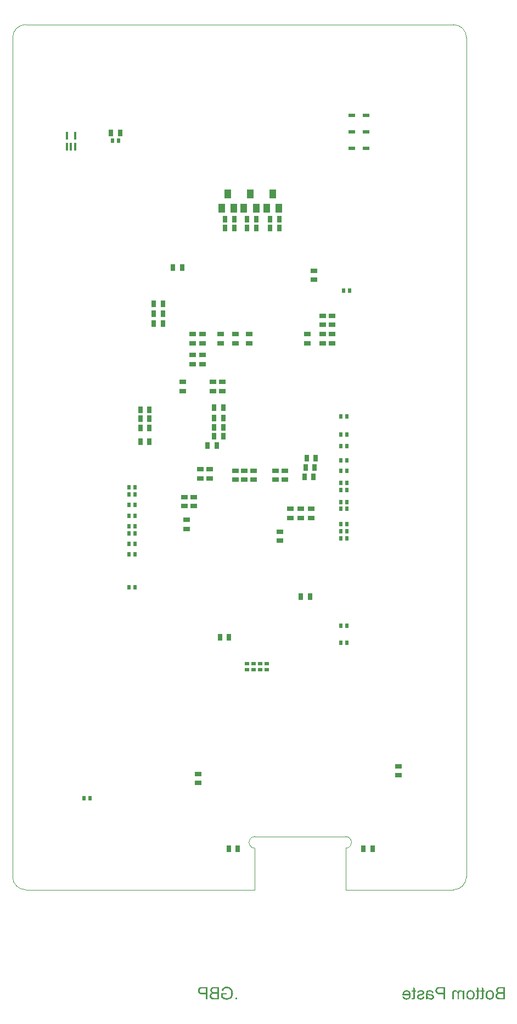
<source format=gbp>
G04 Layer_Color=128*
%FSLAX43Y43*%
%MOMM*%
G71*
G01*
G75*
%ADD11R,0.640X1.000*%
%ADD12R,1.000X0.640*%
%ADD13C,0.100*%
%ADD14C,0.100*%
%ADD46R,0.700X0.510*%
%ADD47R,1.000X0.640*%
%ADD48R,0.510X0.700*%
%ADD49R,0.640X1.000*%
%ADD66R,0.487X0.700*%
%ADD67R,1.000X0.640*%
%ADD68R,0.400X1.200*%
%ADD69R,1.000X1.400*%
%ADD70R,1.060X0.540*%
G36*
X64400Y-15478D02*
X64458Y-15483D01*
X64514Y-15491D01*
X64558Y-15500D01*
X64597Y-15508D01*
X64625Y-15516D01*
X64636Y-15519D01*
X64644Y-15522D01*
X64647Y-15525D01*
X64650D01*
X64697Y-15544D01*
X64738Y-15569D01*
X64774Y-15591D01*
X64805Y-15614D01*
X64827Y-15636D01*
X64844Y-15652D01*
X64855Y-15664D01*
X64858Y-15666D01*
X64883Y-15702D01*
X64905Y-15741D01*
X64922Y-15780D01*
X64936Y-15816D01*
X64947Y-15852D01*
X64955Y-15877D01*
X64958Y-15888D01*
Y-15897D01*
X64961Y-15900D01*
Y-15902D01*
X64730Y-15933D01*
X64713Y-15883D01*
X64697Y-15838D01*
X64677Y-15802D01*
X64661Y-15775D01*
X64644Y-15752D01*
X64630Y-15739D01*
X64619Y-15730D01*
X64616Y-15727D01*
X64583Y-15708D01*
X64544Y-15694D01*
X64502Y-15683D01*
X64464Y-15677D01*
X64425Y-15672D01*
X64397Y-15669D01*
X64369D01*
X64305Y-15672D01*
X64250Y-15680D01*
X64205Y-15694D01*
X64166Y-15708D01*
X64139Y-15725D01*
X64117Y-15736D01*
X64103Y-15747D01*
X64100Y-15750D01*
X64078Y-15775D01*
X64061Y-15805D01*
X64047Y-15838D01*
X64039Y-15872D01*
X64033Y-15902D01*
X64030Y-15930D01*
Y-15947D01*
Y-15950D01*
Y-15952D01*
Y-15958D01*
Y-15969D01*
Y-15988D01*
X64033Y-16005D01*
Y-16011D01*
Y-16013D01*
X64061Y-16022D01*
X64092Y-16030D01*
X64155Y-16047D01*
X64228Y-16061D01*
X64294Y-16074D01*
X64328Y-16080D01*
X64358Y-16083D01*
X64386Y-16088D01*
X64408Y-16091D01*
X64427Y-16094D01*
X64441D01*
X64452Y-16097D01*
X64455D01*
X64505Y-16102D01*
X64547Y-16111D01*
X64583Y-16116D01*
X64611Y-16122D01*
X64633Y-16124D01*
X64650Y-16130D01*
X64661Y-16133D01*
X64663D01*
X64700Y-16144D01*
X64730Y-16155D01*
X64761Y-16169D01*
X64786Y-16180D01*
X64808Y-16191D01*
X64822Y-16202D01*
X64833Y-16208D01*
X64836Y-16211D01*
X64863Y-16230D01*
X64886Y-16252D01*
X64908Y-16274D01*
X64924Y-16297D01*
X64938Y-16316D01*
X64949Y-16333D01*
X64955Y-16344D01*
X64958Y-16347D01*
X64972Y-16377D01*
X64983Y-16410D01*
X64991Y-16441D01*
X64997Y-16471D01*
X64999Y-16496D01*
X65002Y-16516D01*
Y-16527D01*
Y-16533D01*
X64999Y-16566D01*
X64997Y-16594D01*
X64983Y-16652D01*
X64963Y-16699D01*
X64941Y-16741D01*
X64919Y-16774D01*
X64899Y-16799D01*
X64886Y-16813D01*
X64880Y-16818D01*
X64830Y-16855D01*
X64774Y-16882D01*
X64713Y-16902D01*
X64658Y-16916D01*
X64608Y-16924D01*
X64586Y-16927D01*
X64566D01*
X64550Y-16930D01*
X64527D01*
X64477Y-16927D01*
X64427Y-16921D01*
X64383Y-16916D01*
X64344Y-16907D01*
X64314Y-16899D01*
X64289Y-16891D01*
X64272Y-16888D01*
X64266Y-16885D01*
X64219Y-16866D01*
X64175Y-16841D01*
X64133Y-16813D01*
X64092Y-16788D01*
X64058Y-16763D01*
X64033Y-16744D01*
X64017Y-16730D01*
X64014Y-16724D01*
X64011D01*
X64005Y-16760D01*
X64000Y-16794D01*
X63994Y-16824D01*
X63986Y-16849D01*
X63978Y-16871D01*
X63972Y-16885D01*
X63969Y-16896D01*
X63967Y-16899D01*
X63720D01*
X63733Y-16868D01*
X63747Y-16838D01*
X63758Y-16810D01*
X63764Y-16785D01*
X63772Y-16763D01*
X63775Y-16746D01*
X63778Y-16735D01*
Y-16732D01*
X63781Y-16713D01*
X63783Y-16688D01*
Y-16660D01*
X63786Y-16630D01*
X63789Y-16560D01*
Y-16491D01*
X63792Y-16424D01*
Y-16394D01*
Y-16369D01*
Y-16347D01*
Y-16330D01*
Y-16319D01*
Y-16316D01*
Y-16000D01*
Y-15947D01*
X63794Y-15900D01*
X63797Y-15863D01*
Y-15833D01*
X63800Y-15811D01*
X63803Y-15794D01*
X63806Y-15786D01*
Y-15783D01*
X63814Y-15747D01*
X63825Y-15716D01*
X63836Y-15691D01*
X63850Y-15666D01*
X63861Y-15650D01*
X63869Y-15636D01*
X63875Y-15627D01*
X63878Y-15625D01*
X63900Y-15603D01*
X63925Y-15580D01*
X63953Y-15564D01*
X63980Y-15547D01*
X64005Y-15536D01*
X64025Y-15528D01*
X64039Y-15522D01*
X64044Y-15519D01*
X64089Y-15505D01*
X64136Y-15494D01*
X64183Y-15486D01*
X64230Y-15480D01*
X64272Y-15478D01*
X64303Y-15475D01*
X64333D01*
X64400Y-15478D01*
D02*
G37*
G36*
X75949Y-16899D02*
X75216D01*
X75149Y-16896D01*
X75091Y-16893D01*
X75038Y-16888D01*
X74994Y-16882D01*
X74958Y-16877D01*
X74930Y-16874D01*
X74913Y-16868D01*
X74908D01*
X74860Y-16855D01*
X74822Y-16841D01*
X74786Y-16824D01*
X74755Y-16807D01*
X74730Y-16796D01*
X74711Y-16785D01*
X74699Y-16777D01*
X74697Y-16774D01*
X74666Y-16749D01*
X74638Y-16719D01*
X74616Y-16688D01*
X74594Y-16660D01*
X74577Y-16632D01*
X74566Y-16613D01*
X74558Y-16599D01*
X74555Y-16594D01*
X74536Y-16549D01*
X74522Y-16505D01*
X74511Y-16463D01*
X74505Y-16424D01*
X74500Y-16391D01*
X74497Y-16363D01*
Y-16347D01*
Y-16344D01*
Y-16341D01*
X74500Y-16280D01*
X74511Y-16224D01*
X74527Y-16177D01*
X74544Y-16133D01*
X74561Y-16099D01*
X74577Y-16074D01*
X74588Y-16058D01*
X74591Y-16052D01*
X74630Y-16008D01*
X74672Y-15972D01*
X74719Y-15941D01*
X74761Y-15916D01*
X74799Y-15897D01*
X74833Y-15886D01*
X74844Y-15880D01*
X74852Y-15877D01*
X74858Y-15875D01*
X74860D01*
X74813Y-15847D01*
X74772Y-15819D01*
X74738Y-15789D01*
X74711Y-15761D01*
X74688Y-15739D01*
X74672Y-15716D01*
X74663Y-15705D01*
X74661Y-15700D01*
X74638Y-15658D01*
X74622Y-15619D01*
X74608Y-15580D01*
X74600Y-15544D01*
X74594Y-15514D01*
X74591Y-15489D01*
Y-15475D01*
Y-15469D01*
X74594Y-15422D01*
X74602Y-15375D01*
X74616Y-15333D01*
X74630Y-15294D01*
X74644Y-15261D01*
X74658Y-15239D01*
X74666Y-15222D01*
X74669Y-15217D01*
X74699Y-15175D01*
X74733Y-15136D01*
X74769Y-15106D01*
X74802Y-15081D01*
X74830Y-15061D01*
X74855Y-15047D01*
X74872Y-15039D01*
X74874Y-15036D01*
X74877D01*
X74930Y-15017D01*
X74988Y-15003D01*
X75047Y-14992D01*
X75102Y-14986D01*
X75152Y-14981D01*
X75174D01*
X75194Y-14978D01*
X75949D01*
Y-16899D01*
D02*
G37*
G36*
X66682D02*
X66426D01*
Y-16119D01*
X65935D01*
X65863Y-16116D01*
X65793Y-16111D01*
X65732Y-16102D01*
X65677Y-16091D01*
X65624Y-16080D01*
X65580Y-16066D01*
X65538Y-16049D01*
X65502Y-16033D01*
X65471Y-16019D01*
X65444Y-16002D01*
X65421Y-15988D01*
X65405Y-15975D01*
X65391Y-15966D01*
X65382Y-15958D01*
X65377Y-15952D01*
X65374Y-15950D01*
X65346Y-15916D01*
X65321Y-15883D01*
X65302Y-15850D01*
X65283Y-15814D01*
X65266Y-15777D01*
X65255Y-15744D01*
X65235Y-15680D01*
X65230Y-15650D01*
X65224Y-15622D01*
X65221Y-15597D01*
X65219Y-15578D01*
X65216Y-15558D01*
Y-15547D01*
Y-15539D01*
Y-15536D01*
X65219Y-15483D01*
X65224Y-15433D01*
X65235Y-15389D01*
X65244Y-15350D01*
X65255Y-15317D01*
X65266Y-15292D01*
X65271Y-15278D01*
X65274Y-15272D01*
X65296Y-15230D01*
X65324Y-15194D01*
X65349Y-15161D01*
X65374Y-15136D01*
X65396Y-15117D01*
X65413Y-15100D01*
X65424Y-15092D01*
X65430Y-15089D01*
X65466Y-15067D01*
X65507Y-15047D01*
X65546Y-15031D01*
X65582Y-15017D01*
X65616Y-15008D01*
X65641Y-15003D01*
X65660Y-14997D01*
X65666D01*
X65707Y-14992D01*
X65755Y-14986D01*
X65804Y-14983D01*
X65852Y-14981D01*
X65893Y-14978D01*
X66682D01*
Y-16899D01*
D02*
G37*
G36*
X60821Y-15478D02*
X60871Y-15483D01*
X60918Y-15491D01*
X60963Y-15505D01*
X61004Y-15519D01*
X61043Y-15536D01*
X61079Y-15553D01*
X61110Y-15572D01*
X61140Y-15589D01*
X61165Y-15608D01*
X61188Y-15625D01*
X61204Y-15639D01*
X61218Y-15652D01*
X61229Y-15661D01*
X61235Y-15666D01*
X61238Y-15669D01*
X61268Y-15708D01*
X61296Y-15750D01*
X61321Y-15791D01*
X61343Y-15836D01*
X61360Y-15883D01*
X61374Y-15927D01*
X61396Y-16016D01*
X61404Y-16055D01*
X61410Y-16094D01*
X61412Y-16127D01*
X61415Y-16158D01*
X61418Y-16183D01*
Y-16199D01*
Y-16213D01*
Y-16216D01*
X61415Y-16277D01*
X61410Y-16335D01*
X61401Y-16391D01*
X61390Y-16441D01*
X61376Y-16488D01*
X61363Y-16533D01*
X61346Y-16571D01*
X61329Y-16608D01*
X61313Y-16638D01*
X61296Y-16666D01*
X61282Y-16688D01*
X61268Y-16707D01*
X61257Y-16724D01*
X61249Y-16735D01*
X61243Y-16741D01*
X61240Y-16744D01*
X61204Y-16777D01*
X61168Y-16805D01*
X61129Y-16830D01*
X61088Y-16852D01*
X61049Y-16868D01*
X61007Y-16885D01*
X60929Y-16907D01*
X60893Y-16913D01*
X60860Y-16918D01*
X60829Y-16924D01*
X60805Y-16927D01*
X60785Y-16930D01*
X60755D01*
X60668Y-16924D01*
X60591Y-16910D01*
X60521Y-16893D01*
X60494Y-16882D01*
X60466Y-16871D01*
X60441Y-16860D01*
X60419Y-16849D01*
X60402Y-16841D01*
X60385Y-16832D01*
X60374Y-16824D01*
X60366Y-16818D01*
X60360Y-16813D01*
X60358D01*
X60302Y-16763D01*
X60258Y-16710D01*
X60219Y-16655D01*
X60191Y-16602D01*
X60169Y-16555D01*
X60160Y-16533D01*
X60152Y-16516D01*
X60147Y-16499D01*
X60144Y-16488D01*
X60141Y-16483D01*
Y-16480D01*
X60385Y-16449D01*
X60408Y-16502D01*
X60432Y-16546D01*
X60457Y-16585D01*
X60480Y-16616D01*
X60499Y-16638D01*
X60516Y-16655D01*
X60530Y-16666D01*
X60532Y-16669D01*
X60569Y-16691D01*
X60605Y-16707D01*
X60643Y-16719D01*
X60677Y-16727D01*
X60707Y-16732D01*
X60732Y-16735D01*
X60755D01*
X60788Y-16732D01*
X60818Y-16730D01*
X60874Y-16716D01*
X60924Y-16696D01*
X60968Y-16674D01*
X61002Y-16655D01*
X61027Y-16635D01*
X61043Y-16621D01*
X61046Y-16616D01*
X61049D01*
X61088Y-16566D01*
X61118Y-16510D01*
X61140Y-16449D01*
X61157Y-16394D01*
X61165Y-16344D01*
X61171Y-16322D01*
X61174Y-16302D01*
Y-16285D01*
X61177Y-16274D01*
Y-16266D01*
Y-16263D01*
X60135D01*
X60133Y-16235D01*
Y-16216D01*
Y-16205D01*
Y-16202D01*
X60135Y-16138D01*
X60141Y-16080D01*
X60149Y-16024D01*
X60160Y-15972D01*
X60174Y-15925D01*
X60188Y-15880D01*
X60205Y-15841D01*
X60221Y-15805D01*
X60238Y-15772D01*
X60255Y-15744D01*
X60269Y-15722D01*
X60283Y-15702D01*
X60294Y-15686D01*
X60302Y-15675D01*
X60308Y-15669D01*
X60310Y-15666D01*
X60344Y-15633D01*
X60380Y-15603D01*
X60419Y-15578D01*
X60457Y-15555D01*
X60496Y-15536D01*
X60532Y-15522D01*
X60571Y-15508D01*
X60605Y-15500D01*
X60641Y-15491D01*
X60671Y-15486D01*
X60699Y-15480D01*
X60721Y-15478D01*
X60741Y-15475D01*
X60768D01*
X60821Y-15478D01*
D02*
G37*
G36*
X62045Y-15161D02*
Y-15505D01*
X62220D01*
Y-15689D01*
X62045D01*
Y-16494D01*
Y-16533D01*
Y-16566D01*
X62043Y-16596D01*
X62040Y-16627D01*
Y-16652D01*
X62037Y-16674D01*
X62032Y-16710D01*
X62026Y-16738D01*
X62023Y-16757D01*
X62018Y-16769D01*
Y-16771D01*
X62007Y-16796D01*
X61990Y-16816D01*
X61973Y-16835D01*
X61959Y-16849D01*
X61943Y-16863D01*
X61932Y-16871D01*
X61923Y-16877D01*
X61921Y-16880D01*
X61890Y-16893D01*
X61859Y-16902D01*
X61826Y-16910D01*
X61793Y-16913D01*
X61765Y-16916D01*
X61743Y-16918D01*
X61721D01*
X61660Y-16916D01*
X61629Y-16913D01*
X61601Y-16907D01*
X61576Y-16905D01*
X61557Y-16902D01*
X61546Y-16899D01*
X61540D01*
X61571Y-16691D01*
X61593Y-16694D01*
X61615Y-16696D01*
X61635D01*
X61648Y-16699D01*
X61676D01*
X61712Y-16696D01*
X61737Y-16691D01*
X61751Y-16685D01*
X61757Y-16682D01*
X61776Y-16669D01*
X61787Y-16655D01*
X61796Y-16644D01*
X61798Y-16638D01*
X61801Y-16624D01*
X61804Y-16605D01*
X61807Y-16560D01*
X61809Y-16541D01*
Y-16524D01*
Y-16513D01*
Y-16508D01*
Y-15689D01*
X61571D01*
Y-15505D01*
X61809D01*
Y-15019D01*
X62045Y-15161D01*
D02*
G37*
G36*
X71898D02*
Y-15505D01*
X72073D01*
Y-15689D01*
X71898D01*
Y-16494D01*
Y-16533D01*
Y-16566D01*
X71896Y-16596D01*
X71893Y-16627D01*
Y-16652D01*
X71890Y-16674D01*
X71884Y-16710D01*
X71879Y-16738D01*
X71876Y-16757D01*
X71871Y-16769D01*
Y-16771D01*
X71859Y-16796D01*
X71843Y-16816D01*
X71826Y-16835D01*
X71812Y-16849D01*
X71796Y-16863D01*
X71784Y-16871D01*
X71776Y-16877D01*
X71773Y-16880D01*
X71743Y-16893D01*
X71712Y-16902D01*
X71679Y-16910D01*
X71646Y-16913D01*
X71618Y-16916D01*
X71596Y-16918D01*
X71573D01*
X71512Y-16916D01*
X71482Y-16913D01*
X71454Y-16907D01*
X71429Y-16905D01*
X71410Y-16902D01*
X71399Y-16899D01*
X71393D01*
X71424Y-16691D01*
X71446Y-16694D01*
X71468Y-16696D01*
X71487D01*
X71501Y-16699D01*
X71529D01*
X71565Y-16696D01*
X71590Y-16691D01*
X71604Y-16685D01*
X71610Y-16682D01*
X71629Y-16669D01*
X71640Y-16655D01*
X71648Y-16644D01*
X71651Y-16638D01*
X71654Y-16624D01*
X71657Y-16605D01*
X71660Y-16560D01*
X71662Y-16541D01*
Y-16524D01*
Y-16513D01*
Y-16508D01*
Y-15689D01*
X71424D01*
Y-15505D01*
X71662D01*
Y-15019D01*
X71898Y-15161D01*
D02*
G37*
G36*
X72645D02*
Y-15505D01*
X72820D01*
Y-15689D01*
X72645D01*
Y-16494D01*
Y-16533D01*
Y-16566D01*
X72642Y-16596D01*
X72640Y-16627D01*
Y-16652D01*
X72637Y-16674D01*
X72631Y-16710D01*
X72626Y-16738D01*
X72623Y-16757D01*
X72617Y-16769D01*
Y-16771D01*
X72606Y-16796D01*
X72590Y-16816D01*
X72573Y-16835D01*
X72559Y-16849D01*
X72542Y-16863D01*
X72531Y-16871D01*
X72523Y-16877D01*
X72520Y-16880D01*
X72490Y-16893D01*
X72459Y-16902D01*
X72426Y-16910D01*
X72392Y-16913D01*
X72365Y-16916D01*
X72342Y-16918D01*
X72320D01*
X72259Y-16916D01*
X72229Y-16913D01*
X72201Y-16907D01*
X72176Y-16905D01*
X72156Y-16902D01*
X72145Y-16899D01*
X72140D01*
X72170Y-16691D01*
X72193Y-16694D01*
X72215Y-16696D01*
X72234D01*
X72248Y-16699D01*
X72276D01*
X72312Y-16696D01*
X72337Y-16691D01*
X72351Y-16685D01*
X72356Y-16682D01*
X72376Y-16669D01*
X72387Y-16655D01*
X72395Y-16644D01*
X72398Y-16638D01*
X72401Y-16624D01*
X72404Y-16605D01*
X72406Y-16560D01*
X72409Y-16541D01*
Y-16524D01*
Y-16513D01*
Y-16508D01*
Y-15689D01*
X72170D01*
Y-15505D01*
X72409D01*
Y-15019D01*
X72645Y-15161D01*
D02*
G37*
G36*
X69117Y-15478D02*
X69164Y-15486D01*
X69205Y-15494D01*
X69241Y-15505D01*
X69272Y-15519D01*
X69294Y-15528D01*
X69308Y-15536D01*
X69314Y-15539D01*
X69352Y-15564D01*
X69386Y-15591D01*
X69416Y-15619D01*
X69441Y-15647D01*
X69461Y-15669D01*
X69477Y-15689D01*
X69486Y-15700D01*
X69489Y-15705D01*
Y-15505D01*
X69700D01*
Y-16899D01*
X69464D01*
Y-16177D01*
X69461Y-16111D01*
X69458Y-16052D01*
X69452Y-16002D01*
X69444Y-15961D01*
X69436Y-15930D01*
X69430Y-15908D01*
X69427Y-15894D01*
X69425Y-15888D01*
X69408Y-15852D01*
X69389Y-15822D01*
X69369Y-15794D01*
X69350Y-15772D01*
X69330Y-15755D01*
X69316Y-15744D01*
X69305Y-15736D01*
X69303Y-15733D01*
X69269Y-15716D01*
X69239Y-15702D01*
X69205Y-15694D01*
X69178Y-15686D01*
X69155Y-15683D01*
X69136Y-15680D01*
X69119D01*
X69072Y-15683D01*
X69033Y-15691D01*
X69000Y-15705D01*
X68975Y-15719D01*
X68955Y-15736D01*
X68942Y-15747D01*
X68933Y-15758D01*
X68930Y-15761D01*
X68911Y-15794D01*
X68897Y-15830D01*
X68886Y-15869D01*
X68881Y-15908D01*
X68875Y-15941D01*
X68872Y-15972D01*
Y-15983D01*
Y-15988D01*
Y-15994D01*
Y-15997D01*
Y-16899D01*
X68636D01*
Y-16091D01*
X68631Y-16016D01*
X68620Y-15952D01*
X68606Y-15900D01*
X68586Y-15855D01*
X68570Y-15822D01*
X68553Y-15800D01*
X68542Y-15786D01*
X68539Y-15780D01*
X68500Y-15747D01*
X68459Y-15722D01*
X68417Y-15705D01*
X68378Y-15691D01*
X68345Y-15686D01*
X68317Y-15683D01*
X68306Y-15680D01*
X68292D01*
X68261Y-15683D01*
X68236Y-15686D01*
X68211Y-15691D01*
X68192Y-15700D01*
X68173Y-15708D01*
X68161Y-15714D01*
X68153Y-15716D01*
X68150Y-15719D01*
X68128Y-15736D01*
X68112Y-15752D01*
X68098Y-15769D01*
X68087Y-15786D01*
X68078Y-15800D01*
X68073Y-15811D01*
X68067Y-15819D01*
Y-15822D01*
X68059Y-15847D01*
X68053Y-15880D01*
X68050Y-15913D01*
X68048Y-15947D01*
X68045Y-15977D01*
Y-16002D01*
Y-16019D01*
Y-16022D01*
Y-16024D01*
Y-16899D01*
X67809D01*
Y-15944D01*
Y-15900D01*
X67814Y-15861D01*
X67820Y-15822D01*
X67826Y-15789D01*
X67834Y-15755D01*
X67845Y-15727D01*
X67853Y-15702D01*
X67864Y-15677D01*
X67876Y-15658D01*
X67884Y-15639D01*
X67903Y-15614D01*
X67914Y-15597D01*
X67920Y-15591D01*
X67964Y-15553D01*
X68017Y-15525D01*
X68070Y-15503D01*
X68120Y-15489D01*
X68167Y-15480D01*
X68186Y-15478D01*
X68206D01*
X68220Y-15475D01*
X68239D01*
X68289Y-15478D01*
X68334Y-15486D01*
X68378Y-15497D01*
X68420Y-15514D01*
X68459Y-15533D01*
X68495Y-15553D01*
X68525Y-15575D01*
X68556Y-15597D01*
X68583Y-15622D01*
X68606Y-15644D01*
X68625Y-15664D01*
X68642Y-15683D01*
X68656Y-15700D01*
X68664Y-15711D01*
X68670Y-15719D01*
X68672Y-15722D01*
X68689Y-15680D01*
X68711Y-15644D01*
X68736Y-15614D01*
X68758Y-15589D01*
X68781Y-15566D01*
X68797Y-15553D01*
X68808Y-15544D01*
X68814Y-15541D01*
X68853Y-15519D01*
X68894Y-15503D01*
X68936Y-15491D01*
X68978Y-15483D01*
X69011Y-15478D01*
X69042Y-15475D01*
X69067D01*
X69117Y-15478D01*
D02*
G37*
G36*
X73661D02*
X73706Y-15480D01*
X73792Y-15500D01*
X73867Y-15525D01*
X73900Y-15539D01*
X73930Y-15553D01*
X73958Y-15566D01*
X73980Y-15580D01*
X74003Y-15594D01*
X74019Y-15605D01*
X74033Y-15616D01*
X74044Y-15625D01*
X74050Y-15627D01*
X74053Y-15630D01*
X74091Y-15666D01*
X74122Y-15708D01*
X74153Y-15752D01*
X74175Y-15797D01*
X74197Y-15844D01*
X74214Y-15894D01*
X74228Y-15941D01*
X74239Y-15986D01*
X74250Y-16030D01*
X74255Y-16069D01*
X74261Y-16108D01*
X74264Y-16138D01*
Y-16166D01*
X74266Y-16186D01*
Y-16197D01*
Y-16202D01*
X74264Y-16266D01*
X74258Y-16327D01*
X74250Y-16383D01*
X74239Y-16435D01*
X74225Y-16483D01*
X74211Y-16527D01*
X74194Y-16569D01*
X74178Y-16605D01*
X74161Y-16638D01*
X74144Y-16666D01*
X74130Y-16688D01*
X74116Y-16707D01*
X74105Y-16724D01*
X74097Y-16735D01*
X74091Y-16741D01*
X74089Y-16744D01*
X74053Y-16777D01*
X74017Y-16805D01*
X73978Y-16830D01*
X73939Y-16852D01*
X73900Y-16868D01*
X73858Y-16885D01*
X73783Y-16907D01*
X73750Y-16913D01*
X73717Y-16918D01*
X73689Y-16924D01*
X73664Y-16927D01*
X73642Y-16930D01*
X73614D01*
X73547Y-16927D01*
X73486Y-16916D01*
X73428Y-16902D01*
X73381Y-16888D01*
X73339Y-16871D01*
X73322Y-16866D01*
X73309Y-16860D01*
X73295Y-16855D01*
X73286Y-16849D01*
X73284Y-16846D01*
X73281D01*
X73225Y-16810D01*
X73178Y-16771D01*
X73136Y-16732D01*
X73103Y-16694D01*
X73078Y-16660D01*
X73059Y-16632D01*
X73053Y-16621D01*
X73048Y-16613D01*
X73045Y-16610D01*
Y-16608D01*
X73017Y-16544D01*
X72998Y-16474D01*
X72981Y-16405D01*
X72973Y-16335D01*
X72967Y-16305D01*
Y-16277D01*
X72964Y-16249D01*
X72962Y-16227D01*
Y-16208D01*
Y-16194D01*
Y-16186D01*
Y-16183D01*
X72964Y-16122D01*
X72970Y-16066D01*
X72978Y-16013D01*
X72989Y-15963D01*
X73003Y-15916D01*
X73020Y-15875D01*
X73037Y-15833D01*
X73053Y-15800D01*
X73070Y-15769D01*
X73087Y-15741D01*
X73103Y-15716D01*
X73117Y-15697D01*
X73128Y-15683D01*
X73136Y-15672D01*
X73142Y-15666D01*
X73145Y-15664D01*
X73181Y-15630D01*
X73217Y-15603D01*
X73256Y-15575D01*
X73295Y-15555D01*
X73334Y-15536D01*
X73372Y-15522D01*
X73447Y-15497D01*
X73483Y-15491D01*
X73514Y-15486D01*
X73542Y-15480D01*
X73567Y-15478D01*
X73586Y-15475D01*
X73614D01*
X73661Y-15478D01*
D02*
G37*
G36*
X33133Y-14950D02*
X33230Y-14964D01*
X33274Y-14972D01*
X33316Y-14983D01*
X33355Y-14992D01*
X33391Y-15003D01*
X33424Y-15014D01*
X33452Y-15025D01*
X33477Y-15036D01*
X33499Y-15044D01*
X33516Y-15053D01*
X33527Y-15058D01*
X33535Y-15061D01*
X33538Y-15064D01*
X33577Y-15089D01*
X33616Y-15114D01*
X33683Y-15172D01*
X33741Y-15230D01*
X33788Y-15292D01*
X33827Y-15344D01*
X33841Y-15367D01*
X33852Y-15389D01*
X33863Y-15405D01*
X33869Y-15417D01*
X33871Y-15425D01*
X33874Y-15428D01*
X33913Y-15519D01*
X33941Y-15611D01*
X33963Y-15700D01*
X33968Y-15741D01*
X33977Y-15780D01*
X33980Y-15816D01*
X33985Y-15847D01*
X33988Y-15877D01*
Y-15902D01*
X33991Y-15922D01*
Y-15936D01*
Y-15947D01*
Y-15950D01*
X33985Y-16052D01*
X33971Y-16149D01*
X33963Y-16194D01*
X33955Y-16235D01*
X33944Y-16277D01*
X33932Y-16313D01*
X33921Y-16347D01*
X33910Y-16374D01*
X33902Y-16402D01*
X33894Y-16421D01*
X33885Y-16441D01*
X33880Y-16452D01*
X33874Y-16460D01*
Y-16463D01*
X33824Y-16544D01*
X33769Y-16613D01*
X33710Y-16674D01*
X33655Y-16724D01*
X33602Y-16763D01*
X33583Y-16777D01*
X33563Y-16791D01*
X33547Y-16799D01*
X33535Y-16807D01*
X33527Y-16810D01*
X33524Y-16813D01*
X33480Y-16835D01*
X33435Y-16852D01*
X33347Y-16882D01*
X33261Y-16902D01*
X33180Y-16918D01*
X33144Y-16921D01*
X33111Y-16927D01*
X33080Y-16930D01*
X33055D01*
X33036Y-16932D01*
X33008D01*
X32930Y-16930D01*
X32855Y-16921D01*
X32786Y-16907D01*
X32725Y-16893D01*
X32700Y-16888D01*
X32675Y-16882D01*
X32653Y-16874D01*
X32633Y-16868D01*
X32619Y-16863D01*
X32608Y-16860D01*
X32603Y-16857D01*
X32600D01*
X32525Y-16827D01*
X32455Y-16791D01*
X32389Y-16752D01*
X32331Y-16716D01*
X32306Y-16699D01*
X32281Y-16682D01*
X32261Y-16669D01*
X32244Y-16657D01*
X32231Y-16646D01*
X32219Y-16638D01*
X32214Y-16635D01*
X32211Y-16632D01*
Y-15919D01*
X33027D01*
Y-16147D01*
X32461D01*
Y-16508D01*
X32494Y-16535D01*
X32533Y-16560D01*
X32575Y-16583D01*
X32614Y-16602D01*
X32647Y-16619D01*
X32678Y-16632D01*
X32689Y-16638D01*
X32694Y-16641D01*
X32700Y-16644D01*
X32703D01*
X32761Y-16663D01*
X32819Y-16680D01*
X32872Y-16691D01*
X32922Y-16696D01*
X32963Y-16702D01*
X32980D01*
X32997Y-16705D01*
X33025D01*
X33094Y-16702D01*
X33161Y-16691D01*
X33222Y-16677D01*
X33277Y-16663D01*
X33322Y-16646D01*
X33341Y-16641D01*
X33355Y-16635D01*
X33369Y-16630D01*
X33377Y-16624D01*
X33383Y-16621D01*
X33385D01*
X33444Y-16585D01*
X33497Y-16546D01*
X33541Y-16505D01*
X33577Y-16463D01*
X33608Y-16424D01*
X33627Y-16394D01*
X33635Y-16383D01*
X33638Y-16374D01*
X33644Y-16369D01*
Y-16366D01*
X33671Y-16297D01*
X33694Y-16224D01*
X33708Y-16152D01*
X33719Y-16083D01*
X33721Y-16052D01*
X33724Y-16024D01*
X33727Y-15997D01*
Y-15975D01*
X33730Y-15958D01*
Y-15944D01*
Y-15936D01*
Y-15933D01*
X33727Y-15855D01*
X33719Y-15786D01*
X33708Y-15719D01*
X33694Y-15661D01*
X33688Y-15636D01*
X33680Y-15614D01*
X33674Y-15594D01*
X33669Y-15578D01*
X33663Y-15564D01*
X33660Y-15555D01*
X33658Y-15550D01*
Y-15547D01*
X33638Y-15508D01*
X33619Y-15472D01*
X33599Y-15439D01*
X33580Y-15411D01*
X33563Y-15389D01*
X33549Y-15369D01*
X33538Y-15358D01*
X33535Y-15355D01*
X33505Y-15325D01*
X33472Y-15297D01*
X33435Y-15275D01*
X33402Y-15253D01*
X33374Y-15239D01*
X33352Y-15225D01*
X33336Y-15219D01*
X33330Y-15217D01*
X33280Y-15197D01*
X33230Y-15183D01*
X33177Y-15175D01*
X33130Y-15167D01*
X33088Y-15164D01*
X33072D01*
X33058Y-15161D01*
X33027D01*
X32975Y-15164D01*
X32925Y-15169D01*
X32880Y-15178D01*
X32841Y-15186D01*
X32808Y-15197D01*
X32783Y-15206D01*
X32769Y-15211D01*
X32764Y-15214D01*
X32722Y-15233D01*
X32686Y-15255D01*
X32653Y-15278D01*
X32628Y-15300D01*
X32608Y-15319D01*
X32591Y-15333D01*
X32583Y-15344D01*
X32580Y-15347D01*
X32555Y-15380D01*
X32536Y-15419D01*
X32517Y-15455D01*
X32500Y-15494D01*
X32489Y-15528D01*
X32480Y-15553D01*
X32478Y-15564D01*
X32475Y-15572D01*
X32472Y-15575D01*
Y-15578D01*
X32242Y-15516D01*
X32261Y-15447D01*
X32286Y-15386D01*
X32311Y-15330D01*
X32333Y-15286D01*
X32355Y-15250D01*
X32372Y-15225D01*
X32383Y-15208D01*
X32389Y-15203D01*
X32428Y-15158D01*
X32469Y-15122D01*
X32514Y-15089D01*
X32555Y-15061D01*
X32594Y-15042D01*
X32625Y-15025D01*
X32636Y-15019D01*
X32644Y-15017D01*
X32650Y-15014D01*
X32653D01*
X32716Y-14992D01*
X32783Y-14975D01*
X32844Y-14961D01*
X32902Y-14953D01*
X32955Y-14947D01*
X32977D01*
X32994Y-14945D01*
X33083D01*
X33133Y-14950D01*
D02*
G37*
G36*
X63050Y-15480D02*
X63084Y-15483D01*
X63114Y-15489D01*
X63139Y-15494D01*
X63159Y-15500D01*
X63170Y-15503D01*
X63175Y-15505D01*
X63209Y-15516D01*
X63239Y-15528D01*
X63264Y-15539D01*
X63286Y-15550D01*
X63303Y-15558D01*
X63314Y-15566D01*
X63323Y-15569D01*
X63325Y-15572D01*
X63353Y-15591D01*
X63375Y-15614D01*
X63395Y-15639D01*
X63411Y-15658D01*
X63425Y-15677D01*
X63434Y-15691D01*
X63439Y-15702D01*
X63442Y-15705D01*
X63456Y-15736D01*
X63467Y-15764D01*
X63472Y-15794D01*
X63478Y-15819D01*
X63481Y-15844D01*
X63484Y-15861D01*
Y-15872D01*
Y-15877D01*
X63481Y-15916D01*
X63475Y-15950D01*
X63467Y-15983D01*
X63459Y-16011D01*
X63450Y-16033D01*
X63442Y-16052D01*
X63436Y-16063D01*
X63434Y-16066D01*
X63411Y-16097D01*
X63386Y-16122D01*
X63361Y-16144D01*
X63336Y-16163D01*
X63314Y-16177D01*
X63298Y-16188D01*
X63286Y-16194D01*
X63281Y-16197D01*
X63261Y-16205D01*
X63236Y-16216D01*
X63181Y-16235D01*
X63123Y-16252D01*
X63062Y-16272D01*
X63009Y-16285D01*
X62984Y-16294D01*
X62962Y-16299D01*
X62945Y-16305D01*
X62931Y-16308D01*
X62923Y-16310D01*
X62920D01*
X62884Y-16319D01*
X62853Y-16327D01*
X62826Y-16335D01*
X62801Y-16344D01*
X62778Y-16349D01*
X62759Y-16358D01*
X62726Y-16369D01*
X62703Y-16377D01*
X62690Y-16385D01*
X62681Y-16388D01*
X62678Y-16391D01*
X62653Y-16408D01*
X62637Y-16430D01*
X62623Y-16449D01*
X62615Y-16469D01*
X62609Y-16488D01*
X62606Y-16502D01*
Y-16513D01*
Y-16516D01*
X62609Y-16549D01*
X62617Y-16577D01*
X62631Y-16605D01*
X62645Y-16627D01*
X62662Y-16646D01*
X62673Y-16660D01*
X62684Y-16669D01*
X62687Y-16671D01*
X62720Y-16694D01*
X62756Y-16707D01*
X62798Y-16719D01*
X62837Y-16727D01*
X62873Y-16732D01*
X62901Y-16735D01*
X62928D01*
X62987Y-16732D01*
X63037Y-16724D01*
X63078Y-16713D01*
X63114Y-16699D01*
X63142Y-16685D01*
X63164Y-16674D01*
X63175Y-16666D01*
X63181Y-16663D01*
X63211Y-16632D01*
X63236Y-16596D01*
X63253Y-16560D01*
X63267Y-16527D01*
X63278Y-16496D01*
X63284Y-16469D01*
X63289Y-16452D01*
Y-16449D01*
Y-16446D01*
X63522Y-16483D01*
X63503Y-16560D01*
X63478Y-16630D01*
X63447Y-16685D01*
X63417Y-16732D01*
X63389Y-16771D01*
X63364Y-16796D01*
X63348Y-16813D01*
X63345Y-16816D01*
X63342Y-16818D01*
X63314Y-16838D01*
X63284Y-16855D01*
X63217Y-16882D01*
X63148Y-16902D01*
X63081Y-16916D01*
X63050Y-16921D01*
X63023Y-16924D01*
X62995Y-16927D01*
X62973D01*
X62953Y-16930D01*
X62928D01*
X62867Y-16927D01*
X62814Y-16921D01*
X62765Y-16913D01*
X62720Y-16902D01*
X62684Y-16891D01*
X62656Y-16882D01*
X62640Y-16877D01*
X62637Y-16874D01*
X62634D01*
X62587Y-16849D01*
X62548Y-16824D01*
X62515Y-16796D01*
X62484Y-16771D01*
X62462Y-16749D01*
X62448Y-16730D01*
X62437Y-16719D01*
X62434Y-16713D01*
X62412Y-16674D01*
X62395Y-16632D01*
X62381Y-16596D01*
X62373Y-16563D01*
X62368Y-16533D01*
X62365Y-16510D01*
Y-16496D01*
Y-16491D01*
X62368Y-16446D01*
X62373Y-16408D01*
X62384Y-16374D01*
X62393Y-16344D01*
X62404Y-16319D01*
X62415Y-16302D01*
X62420Y-16291D01*
X62423Y-16288D01*
X62445Y-16260D01*
X62470Y-16235D01*
X62495Y-16213D01*
X62520Y-16197D01*
X62545Y-16183D01*
X62562Y-16174D01*
X62573Y-16169D01*
X62578Y-16166D01*
X62598Y-16158D01*
X62620Y-16149D01*
X62673Y-16130D01*
X62731Y-16111D01*
X62790Y-16094D01*
X62842Y-16077D01*
X62867Y-16072D01*
X62887Y-16066D01*
X62903Y-16061D01*
X62917Y-16058D01*
X62926Y-16055D01*
X62928D01*
X62959Y-16047D01*
X62987Y-16038D01*
X63012Y-16033D01*
X63034Y-16024D01*
X63070Y-16016D01*
X63098Y-16008D01*
X63117Y-16000D01*
X63128Y-15997D01*
X63134Y-15994D01*
X63137D01*
X63159Y-15983D01*
X63178Y-15975D01*
X63195Y-15963D01*
X63206Y-15955D01*
X63217Y-15947D01*
X63223Y-15938D01*
X63225Y-15936D01*
X63228Y-15933D01*
X63245Y-15905D01*
X63253Y-15877D01*
Y-15866D01*
X63256Y-15858D01*
Y-15852D01*
Y-15850D01*
X63253Y-15825D01*
X63245Y-15800D01*
X63234Y-15777D01*
X63220Y-15761D01*
X63209Y-15744D01*
X63198Y-15733D01*
X63189Y-15727D01*
X63187Y-15725D01*
X63156Y-15705D01*
X63120Y-15691D01*
X63081Y-15683D01*
X63045Y-15675D01*
X63009Y-15672D01*
X62981Y-15669D01*
X62953D01*
X62906Y-15672D01*
X62862Y-15677D01*
X62826Y-15689D01*
X62798Y-15700D01*
X62773Y-15711D01*
X62756Y-15722D01*
X62745Y-15727D01*
X62742Y-15730D01*
X62715Y-15755D01*
X62695Y-15783D01*
X62678Y-15811D01*
X62665Y-15836D01*
X62656Y-15861D01*
X62651Y-15880D01*
X62648Y-15891D01*
Y-15897D01*
X62417Y-15866D01*
X62429Y-15819D01*
X62440Y-15777D01*
X62454Y-15741D01*
X62467Y-15708D01*
X62481Y-15686D01*
X62492Y-15666D01*
X62498Y-15655D01*
X62501Y-15652D01*
X62526Y-15625D01*
X62554Y-15600D01*
X62584Y-15578D01*
X62615Y-15558D01*
X62642Y-15544D01*
X62665Y-15533D01*
X62678Y-15528D01*
X62681Y-15525D01*
X62684D01*
X62731Y-15508D01*
X62781Y-15497D01*
X62828Y-15486D01*
X62873Y-15480D01*
X62914Y-15478D01*
X62945Y-15475D01*
X63012D01*
X63050Y-15480D01*
D02*
G37*
G36*
X70674Y-15478D02*
X70718Y-15480D01*
X70804Y-15500D01*
X70879Y-15525D01*
X70913Y-15539D01*
X70943Y-15553D01*
X70971Y-15566D01*
X70993Y-15580D01*
X71015Y-15594D01*
X71032Y-15605D01*
X71046Y-15616D01*
X71057Y-15625D01*
X71063Y-15627D01*
X71065Y-15630D01*
X71104Y-15666D01*
X71135Y-15708D01*
X71165Y-15752D01*
X71188Y-15797D01*
X71210Y-15844D01*
X71226Y-15894D01*
X71240Y-15941D01*
X71251Y-15986D01*
X71263Y-16030D01*
X71268Y-16069D01*
X71274Y-16108D01*
X71276Y-16138D01*
Y-16166D01*
X71279Y-16186D01*
Y-16197D01*
Y-16202D01*
X71276Y-16266D01*
X71271Y-16327D01*
X71263Y-16383D01*
X71251Y-16435D01*
X71238Y-16483D01*
X71224Y-16527D01*
X71207Y-16569D01*
X71190Y-16605D01*
X71174Y-16638D01*
X71157Y-16666D01*
X71143Y-16688D01*
X71129Y-16707D01*
X71118Y-16724D01*
X71110Y-16735D01*
X71104Y-16741D01*
X71102Y-16744D01*
X71065Y-16777D01*
X71029Y-16805D01*
X70990Y-16830D01*
X70952Y-16852D01*
X70913Y-16868D01*
X70871Y-16885D01*
X70796Y-16907D01*
X70763Y-16913D01*
X70729Y-16918D01*
X70702Y-16924D01*
X70677Y-16927D01*
X70655Y-16930D01*
X70627D01*
X70560Y-16927D01*
X70499Y-16916D01*
X70441Y-16902D01*
X70394Y-16888D01*
X70352Y-16871D01*
X70335Y-16866D01*
X70321Y-16860D01*
X70308Y-16855D01*
X70299Y-16849D01*
X70296Y-16846D01*
X70294D01*
X70238Y-16810D01*
X70191Y-16771D01*
X70149Y-16732D01*
X70116Y-16694D01*
X70091Y-16660D01*
X70072Y-16632D01*
X70066Y-16621D01*
X70060Y-16613D01*
X70058Y-16610D01*
Y-16608D01*
X70030Y-16544D01*
X70010Y-16474D01*
X69994Y-16405D01*
X69985Y-16335D01*
X69980Y-16305D01*
Y-16277D01*
X69977Y-16249D01*
X69974Y-16227D01*
Y-16208D01*
Y-16194D01*
Y-16186D01*
Y-16183D01*
X69977Y-16122D01*
X69983Y-16066D01*
X69991Y-16013D01*
X70002Y-15963D01*
X70016Y-15916D01*
X70033Y-15875D01*
X70049Y-15833D01*
X70066Y-15800D01*
X70083Y-15769D01*
X70099Y-15741D01*
X70116Y-15716D01*
X70130Y-15697D01*
X70141Y-15683D01*
X70149Y-15672D01*
X70155Y-15666D01*
X70158Y-15664D01*
X70194Y-15630D01*
X70230Y-15603D01*
X70269Y-15575D01*
X70308Y-15555D01*
X70346Y-15536D01*
X70385Y-15522D01*
X70460Y-15497D01*
X70496Y-15491D01*
X70527Y-15486D01*
X70555Y-15480D01*
X70580Y-15478D01*
X70599Y-15475D01*
X70627D01*
X70674Y-15478D01*
D02*
G37*
G36*
X31847Y-16899D02*
X31115D01*
X31048Y-16896D01*
X30990Y-16893D01*
X30937Y-16888D01*
X30892Y-16882D01*
X30856Y-16877D01*
X30829Y-16874D01*
X30812Y-16868D01*
X30806D01*
X30759Y-16855D01*
X30720Y-16841D01*
X30684Y-16824D01*
X30654Y-16807D01*
X30629Y-16796D01*
X30609Y-16785D01*
X30598Y-16777D01*
X30595Y-16774D01*
X30565Y-16749D01*
X30537Y-16719D01*
X30515Y-16688D01*
X30493Y-16660D01*
X30476Y-16632D01*
X30465Y-16613D01*
X30457Y-16599D01*
X30454Y-16594D01*
X30434Y-16549D01*
X30420Y-16505D01*
X30409Y-16463D01*
X30404Y-16424D01*
X30398Y-16391D01*
X30395Y-16363D01*
Y-16347D01*
Y-16344D01*
Y-16341D01*
X30398Y-16280D01*
X30409Y-16224D01*
X30426Y-16177D01*
X30443Y-16133D01*
X30459Y-16099D01*
X30476Y-16074D01*
X30487Y-16058D01*
X30490Y-16052D01*
X30529Y-16008D01*
X30570Y-15972D01*
X30618Y-15941D01*
X30659Y-15916D01*
X30698Y-15897D01*
X30731Y-15886D01*
X30743Y-15880D01*
X30751Y-15877D01*
X30756Y-15875D01*
X30759D01*
X30712Y-15847D01*
X30670Y-15819D01*
X30637Y-15789D01*
X30609Y-15761D01*
X30587Y-15739D01*
X30570Y-15716D01*
X30562Y-15705D01*
X30559Y-15700D01*
X30537Y-15658D01*
X30520Y-15619D01*
X30507Y-15580D01*
X30498Y-15544D01*
X30493Y-15514D01*
X30490Y-15489D01*
Y-15475D01*
Y-15469D01*
X30493Y-15422D01*
X30501Y-15375D01*
X30515Y-15333D01*
X30529Y-15294D01*
X30543Y-15261D01*
X30557Y-15239D01*
X30565Y-15222D01*
X30568Y-15217D01*
X30598Y-15175D01*
X30631Y-15136D01*
X30668Y-15106D01*
X30701Y-15081D01*
X30729Y-15061D01*
X30754Y-15047D01*
X30770Y-15039D01*
X30773Y-15036D01*
X30776D01*
X30829Y-15017D01*
X30887Y-15003D01*
X30945Y-14992D01*
X31001Y-14986D01*
X31051Y-14981D01*
X31073D01*
X31092Y-14978D01*
X31847D01*
Y-16899D01*
D02*
G37*
G36*
X30046D02*
X29790D01*
Y-16119D01*
X29299D01*
X29227Y-16116D01*
X29157Y-16111D01*
X29096Y-16102D01*
X29041Y-16091D01*
X28988Y-16080D01*
X28944Y-16066D01*
X28902Y-16049D01*
X28866Y-16033D01*
X28835Y-16019D01*
X28807Y-16002D01*
X28785Y-15988D01*
X28769Y-15975D01*
X28755Y-15966D01*
X28746Y-15958D01*
X28741Y-15952D01*
X28738Y-15950D01*
X28710Y-15916D01*
X28685Y-15883D01*
X28666Y-15850D01*
X28646Y-15814D01*
X28630Y-15777D01*
X28619Y-15744D01*
X28599Y-15680D01*
X28594Y-15650D01*
X28588Y-15622D01*
X28585Y-15597D01*
X28583Y-15578D01*
X28580Y-15558D01*
Y-15547D01*
Y-15539D01*
Y-15536D01*
X28583Y-15483D01*
X28588Y-15433D01*
X28599Y-15389D01*
X28608Y-15350D01*
X28619Y-15317D01*
X28630Y-15292D01*
X28635Y-15278D01*
X28638Y-15272D01*
X28660Y-15230D01*
X28688Y-15194D01*
X28713Y-15161D01*
X28738Y-15136D01*
X28760Y-15117D01*
X28777Y-15100D01*
X28788Y-15092D01*
X28794Y-15089D01*
X28830Y-15067D01*
X28871Y-15047D01*
X28910Y-15031D01*
X28946Y-15017D01*
X28980Y-15008D01*
X29005Y-15003D01*
X29024Y-14997D01*
X29030D01*
X29071Y-14992D01*
X29118Y-14986D01*
X29168Y-14983D01*
X29216Y-14981D01*
X29257Y-14978D01*
X30046D01*
Y-16899D01*
D02*
G37*
G36*
X34635D02*
X34365D01*
Y-16630D01*
X34635D01*
Y-16899D01*
D02*
G37*
%LPC*%
G36*
X64033Y-16199D02*
X64030D01*
X64033Y-16288D01*
X64036Y-16344D01*
X64039Y-16391D01*
X64044Y-16430D01*
X64053Y-16463D01*
X64061Y-16488D01*
X64067Y-16508D01*
X64069Y-16519D01*
X64072Y-16521D01*
X64094Y-16558D01*
X64117Y-16591D01*
X64144Y-16619D01*
X64169Y-16641D01*
X64191Y-16660D01*
X64211Y-16674D01*
X64222Y-16682D01*
X64228Y-16685D01*
X64269Y-16705D01*
X64311Y-16719D01*
X64350Y-16730D01*
X64389Y-16735D01*
X64419Y-16741D01*
X64447Y-16744D01*
X64469D01*
X64519Y-16741D01*
X64561Y-16735D01*
X64597Y-16724D01*
X64627Y-16713D01*
X64650Y-16702D01*
X64666Y-16691D01*
X64677Y-16685D01*
X64680Y-16682D01*
X64702Y-16657D01*
X64719Y-16630D01*
X64733Y-16605D01*
X64741Y-16580D01*
X64747Y-16558D01*
X64750Y-16541D01*
Y-16527D01*
Y-16524D01*
X64747Y-16502D01*
X64744Y-16480D01*
X64738Y-16463D01*
X64733Y-16446D01*
X64727Y-16433D01*
X64725Y-16421D01*
X64719Y-16416D01*
Y-16413D01*
X64691Y-16380D01*
X64658Y-16358D01*
X64647Y-16349D01*
X64636Y-16344D01*
X64627Y-16338D01*
X64625D01*
X64597Y-16327D01*
X64566Y-16319D01*
X64533Y-16310D01*
X64500Y-16305D01*
X64469Y-16299D01*
X64441Y-16294D01*
X64425Y-16291D01*
X64419D01*
X64372Y-16283D01*
X64328Y-16277D01*
X64289Y-16269D01*
X64250Y-16260D01*
X64214Y-16252D01*
X64183Y-16244D01*
X64153Y-16238D01*
X64128Y-16230D01*
X64105Y-16224D01*
X64086Y-16219D01*
X64069Y-16213D01*
X64055Y-16208D01*
X64044Y-16205D01*
X64036Y-16202D01*
X64033Y-16199D01*
D02*
G37*
G36*
X75693Y-15206D02*
X75238D01*
X75177Y-15211D01*
X75130Y-15214D01*
X75088Y-15219D01*
X75058Y-15225D01*
X75038Y-15228D01*
X75024Y-15233D01*
X75022D01*
X74991Y-15244D01*
X74963Y-15261D01*
X74941Y-15278D01*
X74922Y-15294D01*
X74908Y-15308D01*
X74897Y-15322D01*
X74891Y-15330D01*
X74888Y-15333D01*
X74872Y-15361D01*
X74860Y-15389D01*
X74852Y-15417D01*
X74847Y-15444D01*
X74844Y-15466D01*
X74841Y-15483D01*
Y-15494D01*
Y-15500D01*
X74844Y-15536D01*
X74849Y-15569D01*
X74858Y-15597D01*
X74866Y-15619D01*
X74874Y-15639D01*
X74883Y-15655D01*
X74888Y-15664D01*
X74891Y-15666D01*
X74910Y-15689D01*
X74935Y-15711D01*
X74960Y-15727D01*
X74983Y-15739D01*
X75005Y-15750D01*
X75022Y-15758D01*
X75033Y-15761D01*
X75038Y-15764D01*
X75069Y-15769D01*
X75108Y-15775D01*
X75146Y-15777D01*
X75185Y-15780D01*
X75221Y-15783D01*
X75693D01*
Y-15206D01*
D02*
G37*
G36*
Y-16011D02*
X75188D01*
X75130Y-16016D01*
X75083Y-16022D01*
X75044Y-16027D01*
X75013Y-16033D01*
X74988Y-16038D01*
X74977Y-16041D01*
X74972Y-16044D01*
X74935Y-16058D01*
X74905Y-16074D01*
X74877Y-16094D01*
X74855Y-16113D01*
X74838Y-16130D01*
X74827Y-16144D01*
X74819Y-16155D01*
X74816Y-16158D01*
X74797Y-16188D01*
X74783Y-16219D01*
X74772Y-16249D01*
X74766Y-16277D01*
X74761Y-16302D01*
X74758Y-16324D01*
Y-16335D01*
Y-16341D01*
X74761Y-16374D01*
X74763Y-16408D01*
X74769Y-16435D01*
X74777Y-16458D01*
X74786Y-16477D01*
X74791Y-16494D01*
X74794Y-16502D01*
X74797Y-16505D01*
X74813Y-16530D01*
X74827Y-16552D01*
X74847Y-16569D01*
X74860Y-16585D01*
X74874Y-16596D01*
X74885Y-16605D01*
X74894Y-16610D01*
X74897Y-16613D01*
X74944Y-16635D01*
X74991Y-16652D01*
X75010Y-16657D01*
X75027Y-16660D01*
X75038Y-16663D01*
X75041D01*
X75063Y-16666D01*
X75088Y-16669D01*
X75146Y-16671D01*
X75693D01*
Y-16011D01*
D02*
G37*
G36*
X66426Y-15206D02*
X65877D01*
X65827Y-15208D01*
X65785Y-15211D01*
X65752Y-15214D01*
X65730Y-15219D01*
X65713Y-15222D01*
X65702Y-15225D01*
X65699D01*
X65663Y-15239D01*
X65632Y-15255D01*
X65605Y-15272D01*
X65580Y-15292D01*
X65563Y-15311D01*
X65549Y-15325D01*
X65541Y-15336D01*
X65538Y-15339D01*
X65519Y-15372D01*
X65502Y-15405D01*
X65491Y-15441D01*
X65485Y-15472D01*
X65480Y-15500D01*
X65477Y-15525D01*
Y-15539D01*
Y-15541D01*
Y-15544D01*
X65482Y-15603D01*
X65494Y-15652D01*
X65510Y-15697D01*
X65530Y-15733D01*
X65549Y-15761D01*
X65566Y-15783D01*
X65577Y-15794D01*
X65582Y-15800D01*
X65602Y-15816D01*
X65627Y-15830D01*
X65680Y-15852D01*
X65738Y-15869D01*
X65796Y-15880D01*
X65849Y-15886D01*
X65871Y-15888D01*
X65891D01*
X65910Y-15891D01*
X66426D01*
Y-15206D01*
D02*
G37*
G36*
X60782Y-15669D02*
X60766D01*
X60732Y-15672D01*
X60702Y-15675D01*
X60643Y-15691D01*
X60594Y-15714D01*
X60552Y-15739D01*
X60519Y-15764D01*
X60494Y-15786D01*
X60480Y-15802D01*
X60474Y-15805D01*
Y-15808D01*
X60449Y-15844D01*
X60427Y-15886D01*
X60413Y-15927D01*
X60399Y-15972D01*
X60391Y-16008D01*
X60385Y-16041D01*
Y-16052D01*
X60383Y-16061D01*
Y-16066D01*
Y-16069D01*
X61163D01*
X61154Y-16005D01*
X61138Y-15947D01*
X61118Y-15897D01*
X61096Y-15858D01*
X61077Y-15825D01*
X61057Y-15800D01*
X61046Y-15786D01*
X61040Y-15780D01*
X60996Y-15744D01*
X60952Y-15716D01*
X60904Y-15697D01*
X60860Y-15683D01*
X60824Y-15675D01*
X60793Y-15672D01*
X60782Y-15669D01*
D02*
G37*
G36*
X73631D02*
X73614D01*
X73581Y-15672D01*
X73550Y-15675D01*
X73495Y-15689D01*
X73445Y-15711D01*
X73403Y-15736D01*
X73370Y-15761D01*
X73345Y-15780D01*
X73328Y-15797D01*
X73322Y-15800D01*
Y-15802D01*
X73300Y-15827D01*
X73284Y-15858D01*
X73253Y-15919D01*
X73231Y-15986D01*
X73217Y-16047D01*
X73209Y-16105D01*
X73206Y-16130D01*
Y-16152D01*
X73203Y-16169D01*
Y-16183D01*
Y-16191D01*
Y-16194D01*
Y-16244D01*
X73209Y-16291D01*
X73214Y-16333D01*
X73223Y-16374D01*
X73231Y-16410D01*
X73242Y-16444D01*
X73250Y-16474D01*
X73261Y-16502D01*
X73272Y-16524D01*
X73284Y-16546D01*
X73295Y-16563D01*
X73303Y-16577D01*
X73311Y-16588D01*
X73317Y-16596D01*
X73320Y-16599D01*
X73322Y-16602D01*
X73345Y-16624D01*
X73370Y-16646D01*
X73417Y-16680D01*
X73467Y-16702D01*
X73511Y-16719D01*
X73553Y-16727D01*
X73583Y-16732D01*
X73597Y-16735D01*
X73614D01*
X73647Y-16732D01*
X73678Y-16730D01*
X73736Y-16716D01*
X73786Y-16694D01*
X73828Y-16669D01*
X73861Y-16646D01*
X73886Y-16624D01*
X73903Y-16610D01*
X73905Y-16605D01*
X73908D01*
X73928Y-16577D01*
X73947Y-16549D01*
X73975Y-16485D01*
X73997Y-16419D01*
X74011Y-16352D01*
X74019Y-16294D01*
X74022Y-16269D01*
Y-16247D01*
X74025Y-16227D01*
Y-16213D01*
Y-16205D01*
Y-16202D01*
X74022Y-16155D01*
X74019Y-16108D01*
X74014Y-16066D01*
X74005Y-16027D01*
X73997Y-15991D01*
X73989Y-15958D01*
X73978Y-15930D01*
X73967Y-15902D01*
X73955Y-15880D01*
X73944Y-15858D01*
X73936Y-15841D01*
X73928Y-15827D01*
X73919Y-15816D01*
X73914Y-15808D01*
X73908Y-15805D01*
Y-15802D01*
X73886Y-15780D01*
X73861Y-15758D01*
X73814Y-15725D01*
X73764Y-15702D01*
X73717Y-15686D01*
X73675Y-15675D01*
X73645Y-15672D01*
X73631Y-15669D01*
D02*
G37*
G36*
X70643D02*
X70627D01*
X70593Y-15672D01*
X70563Y-15675D01*
X70507Y-15689D01*
X70457Y-15711D01*
X70416Y-15736D01*
X70382Y-15761D01*
X70357Y-15780D01*
X70341Y-15797D01*
X70335Y-15800D01*
Y-15802D01*
X70313Y-15827D01*
X70296Y-15858D01*
X70266Y-15919D01*
X70244Y-15986D01*
X70230Y-16047D01*
X70221Y-16105D01*
X70219Y-16130D01*
Y-16152D01*
X70216Y-16169D01*
Y-16183D01*
Y-16191D01*
Y-16194D01*
Y-16244D01*
X70221Y-16291D01*
X70227Y-16333D01*
X70235Y-16374D01*
X70244Y-16410D01*
X70255Y-16444D01*
X70263Y-16474D01*
X70274Y-16502D01*
X70285Y-16524D01*
X70296Y-16546D01*
X70308Y-16563D01*
X70316Y-16577D01*
X70324Y-16588D01*
X70330Y-16596D01*
X70332Y-16599D01*
X70335Y-16602D01*
X70357Y-16624D01*
X70382Y-16646D01*
X70430Y-16680D01*
X70480Y-16702D01*
X70524Y-16719D01*
X70566Y-16727D01*
X70596Y-16732D01*
X70610Y-16735D01*
X70627D01*
X70660Y-16732D01*
X70691Y-16730D01*
X70749Y-16716D01*
X70799Y-16694D01*
X70841Y-16669D01*
X70874Y-16646D01*
X70899Y-16624D01*
X70915Y-16610D01*
X70918Y-16605D01*
X70921D01*
X70940Y-16577D01*
X70960Y-16549D01*
X70988Y-16485D01*
X71010Y-16419D01*
X71024Y-16352D01*
X71032Y-16294D01*
X71035Y-16269D01*
Y-16247D01*
X71038Y-16227D01*
Y-16213D01*
Y-16205D01*
Y-16202D01*
X71035Y-16155D01*
X71032Y-16108D01*
X71027Y-16066D01*
X71018Y-16027D01*
X71010Y-15991D01*
X71002Y-15958D01*
X70990Y-15930D01*
X70979Y-15902D01*
X70968Y-15880D01*
X70957Y-15858D01*
X70949Y-15841D01*
X70940Y-15827D01*
X70932Y-15816D01*
X70927Y-15808D01*
X70921Y-15805D01*
Y-15802D01*
X70899Y-15780D01*
X70874Y-15758D01*
X70827Y-15725D01*
X70777Y-15702D01*
X70729Y-15686D01*
X70688Y-15675D01*
X70657Y-15672D01*
X70643Y-15669D01*
D02*
G37*
G36*
X31592Y-16011D02*
X31087D01*
X31028Y-16016D01*
X30981Y-16022D01*
X30942Y-16027D01*
X30912Y-16033D01*
X30887Y-16038D01*
X30876Y-16041D01*
X30870Y-16044D01*
X30834Y-16058D01*
X30804Y-16074D01*
X30776Y-16094D01*
X30754Y-16113D01*
X30737Y-16130D01*
X30726Y-16144D01*
X30718Y-16155D01*
X30715Y-16158D01*
X30695Y-16188D01*
X30681Y-16219D01*
X30670Y-16249D01*
X30665Y-16277D01*
X30659Y-16302D01*
X30656Y-16324D01*
Y-16335D01*
Y-16341D01*
X30659Y-16374D01*
X30662Y-16408D01*
X30668Y-16435D01*
X30676Y-16458D01*
X30684Y-16477D01*
X30690Y-16494D01*
X30693Y-16502D01*
X30695Y-16505D01*
X30712Y-16530D01*
X30726Y-16552D01*
X30745Y-16569D01*
X30759Y-16585D01*
X30773Y-16596D01*
X30784Y-16605D01*
X30792Y-16610D01*
X30795Y-16613D01*
X30842Y-16635D01*
X30890Y-16652D01*
X30909Y-16657D01*
X30926Y-16660D01*
X30937Y-16663D01*
X30940D01*
X30962Y-16666D01*
X30987Y-16669D01*
X31045Y-16671D01*
X31592D01*
Y-16011D01*
D02*
G37*
G36*
Y-15206D02*
X31137D01*
X31076Y-15211D01*
X31028Y-15214D01*
X30987Y-15219D01*
X30956Y-15225D01*
X30937Y-15228D01*
X30923Y-15233D01*
X30920D01*
X30890Y-15244D01*
X30862Y-15261D01*
X30840Y-15278D01*
X30820Y-15294D01*
X30806Y-15308D01*
X30795Y-15322D01*
X30790Y-15330D01*
X30787Y-15333D01*
X30770Y-15361D01*
X30759Y-15389D01*
X30751Y-15417D01*
X30745Y-15444D01*
X30743Y-15466D01*
X30740Y-15483D01*
Y-15494D01*
Y-15500D01*
X30743Y-15536D01*
X30748Y-15569D01*
X30756Y-15597D01*
X30765Y-15619D01*
X30773Y-15639D01*
X30781Y-15655D01*
X30787Y-15664D01*
X30790Y-15666D01*
X30809Y-15689D01*
X30834Y-15711D01*
X30859Y-15727D01*
X30881Y-15739D01*
X30904Y-15750D01*
X30920Y-15758D01*
X30931Y-15761D01*
X30937Y-15764D01*
X30967Y-15769D01*
X31006Y-15775D01*
X31045Y-15777D01*
X31084Y-15780D01*
X31120Y-15783D01*
X31592D01*
Y-15206D01*
D02*
G37*
G36*
X29790D02*
X29241D01*
X29191Y-15208D01*
X29149Y-15211D01*
X29116Y-15214D01*
X29093Y-15219D01*
X29077Y-15222D01*
X29066Y-15225D01*
X29063D01*
X29027Y-15239D01*
X28996Y-15255D01*
X28969Y-15272D01*
X28944Y-15292D01*
X28927Y-15311D01*
X28913Y-15325D01*
X28905Y-15336D01*
X28902Y-15339D01*
X28882Y-15372D01*
X28866Y-15405D01*
X28855Y-15441D01*
X28849Y-15472D01*
X28844Y-15500D01*
X28841Y-15525D01*
Y-15539D01*
Y-15541D01*
Y-15544D01*
X28846Y-15603D01*
X28857Y-15652D01*
X28874Y-15697D01*
X28894Y-15733D01*
X28913Y-15761D01*
X28930Y-15783D01*
X28941Y-15794D01*
X28946Y-15800D01*
X28966Y-15816D01*
X28991Y-15830D01*
X29043Y-15852D01*
X29102Y-15869D01*
X29160Y-15880D01*
X29213Y-15886D01*
X29235Y-15888D01*
X29254D01*
X29274Y-15891D01*
X29790D01*
Y-15206D01*
D02*
G37*
%LPD*%
D11*
X34750Y6350D02*
D03*
X33350D02*
D03*
X54125D02*
D03*
X55525D02*
D03*
X31991Y38879D02*
D03*
X33391D02*
D03*
X45856Y45156D02*
D03*
X44456D02*
D03*
X45025Y63675D02*
D03*
X46425D02*
D03*
X45200Y65075D02*
D03*
X46600D02*
D03*
X46750Y66475D02*
D03*
X45350D02*
D03*
X31475Y68475D02*
D03*
X30075D02*
D03*
X19700Y69075D02*
D03*
X21100D02*
D03*
X31075Y69875D02*
D03*
X32475D02*
D03*
X19700Y71200D02*
D03*
X21100D02*
D03*
X32475Y71275D02*
D03*
X31075D02*
D03*
X19700Y72600D02*
D03*
X21100D02*
D03*
X31075Y72675D02*
D03*
X32475D02*
D03*
X19700Y74000D02*
D03*
X21100D02*
D03*
X31075Y74325D02*
D03*
X32475D02*
D03*
X21775Y87300D02*
D03*
X23175D02*
D03*
X21775Y88800D02*
D03*
X23175D02*
D03*
X21775Y90300D02*
D03*
X23175D02*
D03*
X26141Y95879D02*
D03*
X24741D02*
D03*
X16591Y116679D02*
D03*
X15191D02*
D03*
X41114Y101967D02*
D03*
X39714D02*
D03*
X34166Y101979D02*
D03*
X32766D02*
D03*
X37566D02*
D03*
X36166D02*
D03*
X34166Y103379D02*
D03*
X32766D02*
D03*
X37566D02*
D03*
X36166D02*
D03*
X41111Y103385D02*
D03*
X39711D02*
D03*
D12*
X28646Y17844D02*
D03*
Y16444D02*
D03*
X59550Y19050D02*
D03*
Y17650D02*
D03*
X44425Y58700D02*
D03*
Y57300D02*
D03*
X46025Y58700D02*
D03*
Y57300D02*
D03*
X40550Y64600D02*
D03*
Y63200D02*
D03*
X41950Y64600D02*
D03*
Y63200D02*
D03*
X28975Y64800D02*
D03*
Y63400D02*
D03*
X30375Y64800D02*
D03*
Y63400D02*
D03*
X26250Y78275D02*
D03*
Y76875D02*
D03*
X30900Y78275D02*
D03*
Y76875D02*
D03*
X32300Y78275D02*
D03*
Y76875D02*
D03*
X27766Y82429D02*
D03*
Y81029D02*
D03*
X29266Y82429D02*
D03*
Y81029D02*
D03*
X27750Y85650D02*
D03*
Y84250D02*
D03*
X29275Y85650D02*
D03*
Y84250D02*
D03*
X34375Y85650D02*
D03*
Y84250D02*
D03*
X36525Y85650D02*
D03*
Y84250D02*
D03*
X26825Y55625D02*
D03*
Y57025D02*
D03*
D13*
X-0Y2000D02*
G03*
X2000Y0I2000J0D01*
G01*
Y133340D02*
G03*
X-0Y131340I0J-2000D01*
G01*
X70000D02*
G03*
X68000Y133340I-2000J0D01*
G01*
Y0D02*
G03*
X70000Y2000I0J2000D01*
G01*
X36469Y7300D02*
G03*
X37369Y6400I900J0D01*
G01*
Y8200D02*
G03*
X36469Y7300I0J-900D01*
G01*
X52269Y7300D02*
G03*
X51369Y8200I-900J0D01*
G01*
X51369Y6400D02*
G03*
X52269Y7300I0J900D01*
G01*
X-0Y2000D02*
Y131340D01*
X70000Y2000D02*
Y131340D01*
X2000Y133340D02*
X68000D01*
X2000Y0D02*
X37369D01*
Y-0D02*
Y6400D01*
Y8200D02*
X51369D01*
X52269Y7300D02*
Y7300D01*
X51369Y-0D02*
Y6400D01*
Y-0D02*
X68000D01*
Y0D01*
D14*
X51369Y6400D02*
D03*
D46*
X36191Y33929D02*
D03*
Y34829D02*
D03*
X37191Y33929D02*
D03*
Y34829D02*
D03*
X38191Y33929D02*
D03*
Y34829D02*
D03*
X39191Y33929D02*
D03*
Y34829D02*
D03*
D47*
X26825Y55625D02*
D03*
Y57025D02*
D03*
D48*
X16316Y115454D02*
D03*
X15416D02*
D03*
D49*
X41114Y101967D02*
D03*
X39714D02*
D03*
X34166Y101979D02*
D03*
X32766D02*
D03*
X37566D02*
D03*
X36166D02*
D03*
X34166Y103379D02*
D03*
X32766D02*
D03*
X37566D02*
D03*
X36166D02*
D03*
X41111Y103385D02*
D03*
X39711D02*
D03*
D66*
X11906Y14125D02*
D03*
X10994D02*
D03*
X51581Y54175D02*
D03*
X50669D02*
D03*
X50669Y55275D02*
D03*
X51581D02*
D03*
X51956Y92375D02*
D03*
X51044D02*
D03*
X50669Y38100D02*
D03*
X51581D02*
D03*
X51581Y40675D02*
D03*
X50669D02*
D03*
X17944Y46625D02*
D03*
X18856D02*
D03*
X18856Y51700D02*
D03*
X17944D02*
D03*
X18856Y53300D02*
D03*
X17944D02*
D03*
X17944Y54900D02*
D03*
X18856D02*
D03*
X18856Y57625D02*
D03*
X17944D02*
D03*
X50669Y56375D02*
D03*
X51581D02*
D03*
X18856Y59350D02*
D03*
X17944D02*
D03*
X51581Y58700D02*
D03*
X50669D02*
D03*
X18856Y56000D02*
D03*
X17944D02*
D03*
X51581Y59775D02*
D03*
X50669D02*
D03*
X17944Y62050D02*
D03*
X18856D02*
D03*
X50669Y61575D02*
D03*
X51581D02*
D03*
X17944Y60950D02*
D03*
X18856D02*
D03*
X50669Y62675D02*
D03*
X51581D02*
D03*
X50669Y64575D02*
D03*
X51581D02*
D03*
X50669Y66175D02*
D03*
X51581D02*
D03*
X50669Y68400D02*
D03*
X51581D02*
D03*
X50669Y70175D02*
D03*
X51581D02*
D03*
X51581Y72944D02*
D03*
X50669D02*
D03*
D67*
X41225Y53800D02*
D03*
X41225Y55200D02*
D03*
X42875Y57300D02*
D03*
X42875Y58700D02*
D03*
X26525Y59125D02*
D03*
X26525Y60525D02*
D03*
X27925Y59125D02*
D03*
X27925Y60525D02*
D03*
X34350Y63200D02*
D03*
X34350Y64600D02*
D03*
X35750Y63200D02*
D03*
X35750Y64600D02*
D03*
X37150Y63200D02*
D03*
X37150Y64600D02*
D03*
X47875Y84250D02*
D03*
X47875Y85650D02*
D03*
X49275Y84250D02*
D03*
X49275Y85650D02*
D03*
X32050Y84250D02*
D03*
X32050Y85650D02*
D03*
X45475Y84250D02*
D03*
X45475Y85650D02*
D03*
X47875Y87050D02*
D03*
X47875Y88450D02*
D03*
X49275Y87050D02*
D03*
X49275Y88450D02*
D03*
X46450Y94000D02*
D03*
X46450Y95400D02*
D03*
D68*
X9641Y116204D02*
D03*
X8341D02*
D03*
Y114504D02*
D03*
X8991D02*
D03*
X9641D02*
D03*
D69*
X34158Y105047D02*
D03*
X32258D02*
D03*
X33208Y107247D02*
D03*
X37566Y105047D02*
D03*
X35666D02*
D03*
X36616Y107247D02*
D03*
X41091Y105047D02*
D03*
X39191D02*
D03*
X40141Y107247D02*
D03*
D70*
X54481Y114299D02*
D03*
X52341D02*
D03*
X54481Y116839D02*
D03*
X52341D02*
D03*
X54481Y119379D02*
D03*
X52341D02*
D03*
M02*

</source>
